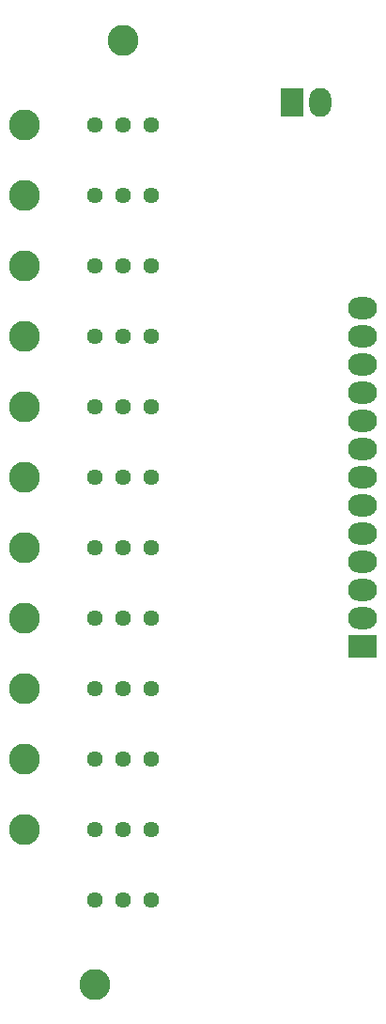
<source format=gbr>
%TF.GenerationSoftware,KiCad,Pcbnew,(5.0.0)*%
%TF.CreationDate,2019-02-02T21:25:33-06:00*%
%TF.ProjectId,BPSTester,4250535465737465722E6B696361645F,rev?*%
%TF.SameCoordinates,Original*%
%TF.FileFunction,Copper,L2,Bot,Signal*%
%TF.FilePolarity,Positive*%
%FSLAX46Y46*%
G04 Gerber Fmt 4.6, Leading zero omitted, Abs format (unit mm)*
G04 Created by KiCad (PCBNEW (5.0.0)) date 02/02/19 21:25:33*
%MOMM*%
%LPD*%
G01*
G04 APERTURE LIST*
%ADD10O,2.000000X2.600000*%
%ADD11R,2.000000X2.600000*%
%ADD12C,1.440000*%
%ADD13O,2.600000X2.000000*%
%ADD14R,2.600000X2.000000*%
%ADD15C,2.800000*%
G04 APERTURE END LIST*
D10*
X135436500Y-63828000D03*
D11*
X132896500Y-63828000D03*
D12*
X120260000Y-65860000D03*
X117720000Y-65860000D03*
X115180000Y-65860000D03*
X115180000Y-72210000D03*
X117720000Y-72210000D03*
X120260000Y-72210000D03*
X120260000Y-78560000D03*
X117720000Y-78560000D03*
X115180000Y-78560000D03*
X115180000Y-84910000D03*
X117720000Y-84910000D03*
X120260000Y-84910000D03*
X120260000Y-91260000D03*
X117720000Y-91260000D03*
X115180000Y-91260000D03*
X115180000Y-97610000D03*
X117720000Y-97610000D03*
X120260000Y-97610000D03*
X120260000Y-103960000D03*
X117720000Y-103960000D03*
X115180000Y-103960000D03*
X115180000Y-110310000D03*
X117720000Y-110310000D03*
X120260000Y-110310000D03*
X120260000Y-116660000D03*
X117720000Y-116660000D03*
X115180000Y-116660000D03*
X115180000Y-123010000D03*
X117720000Y-123010000D03*
X120260000Y-123010000D03*
X120260000Y-129360000D03*
X117720000Y-129360000D03*
X115180000Y-129360000D03*
X115180000Y-135710000D03*
X117720000Y-135710000D03*
X120260000Y-135710000D03*
D13*
X139310000Y-82370000D03*
X139310000Y-84910000D03*
X139310000Y-87450000D03*
X139310000Y-89990000D03*
X139310000Y-92530000D03*
X139310000Y-95070000D03*
X139310000Y-97610000D03*
X139310000Y-100150000D03*
X139310000Y-102690000D03*
X139310000Y-105230000D03*
X139310000Y-107770000D03*
X139310000Y-110310000D03*
D14*
X139310000Y-112850000D03*
D15*
X115180000Y-143330000D03*
X117720000Y-58240000D03*
X108830000Y-65860000D03*
X108830000Y-72210000D03*
X108830000Y-78560000D03*
X108830000Y-84910000D03*
X108830000Y-91260000D03*
X108830000Y-97610000D03*
X108830000Y-103960000D03*
X108830000Y-110310000D03*
X108830000Y-129360000D03*
X108830000Y-116660000D03*
X108830000Y-123010000D03*
M02*

</source>
